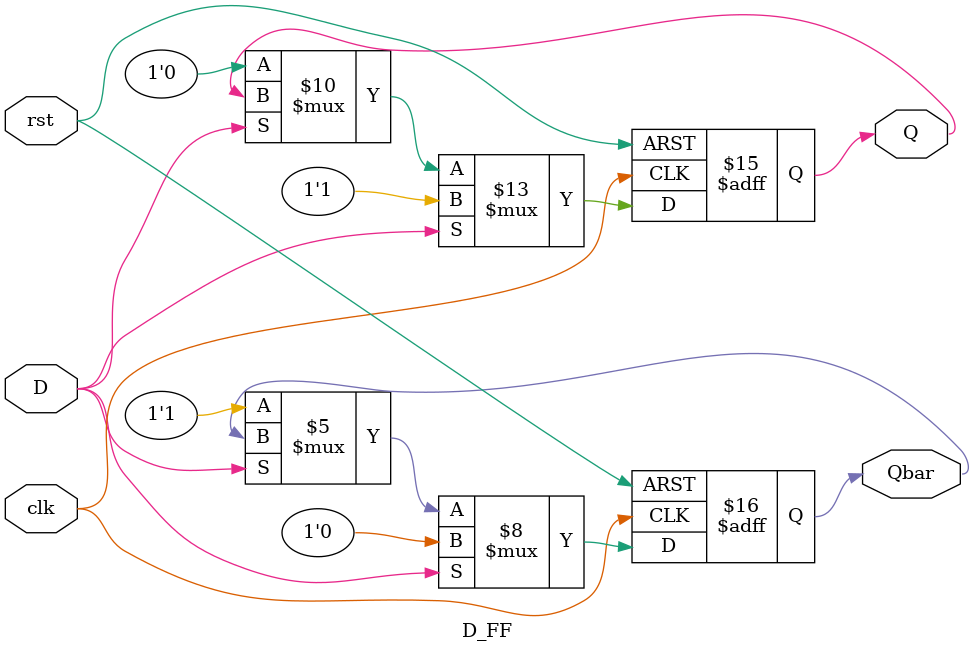
<source format=v>
`timescale 1ns/1ps

module D_FF(
  D,
  clk,
  rst,
  Q,
  Qbar
);

  input D,clk,rst;
  output reg Q,Qbar;

  always @(posedge clk or negedge rst)
  begin
    if (!rst)
    begin
      Q<=1'b0;
      Qbar<=1'b1;
    end
    else 
    begin
      if (D==1'b1)
      begin
        Q<=1'b1;
        Qbar<=1'b0; 
      end
      else if(D==1'b0)
      begin
        Q<=1'b0;
        Qbar<=1'b1; 
      end

    end
  end

endmodule
</source>
